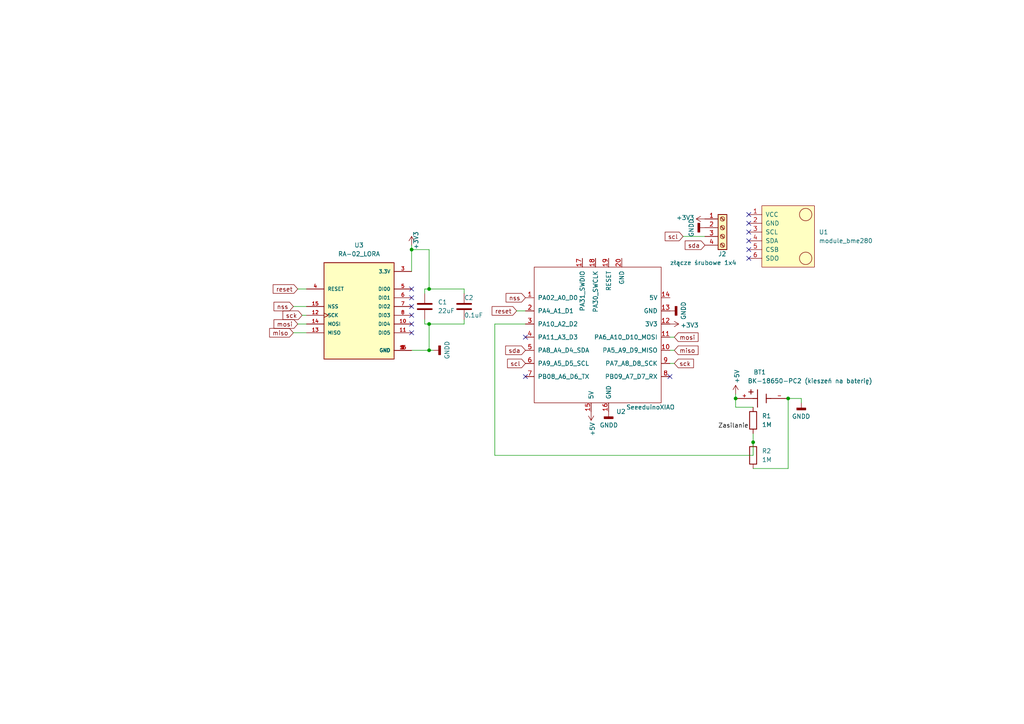
<source format=kicad_sch>
(kicad_sch (version 20230121) (generator eeschema)

  (uuid e5c2ed99-ec94-4e13-8a3f-11ab0b53aa42)

  (paper "A4")

  (lib_symbols
    (symbol "BK-18650-PC2:BK-18650-PC2" (pin_names (offset 1.016)) (in_bom yes) (on_board yes)
      (property "Reference" "BT" (at -3.81 3.81 0)
        (effects (font (size 1.27 1.27)) (justify left bottom))
      )
      (property "Value" "BK-18650-PC2" (at -3.81 -5.08 0)
        (effects (font (size 1.27 1.27)) (justify left bottom))
      )
      (property "Footprint" "BK-18650-PC2:BAT_BK-18650-PC2" (at 0 0 0)
        (effects (font (size 1.27 1.27)) (justify bottom) hide)
      )
      (property "Datasheet" "" (at 0 0 0)
        (effects (font (size 1.27 1.27)) hide)
      )
      (property "MF" "MPD (Memory Protection Devices)" (at 0 0 0)
        (effects (font (size 1.27 1.27)) (justify bottom) hide)
      )
      (property "MAXIMUM_PACKAGE_HEIGHT" "21.41 mm" (at 0 0 0)
        (effects (font (size 1.27 1.27)) (justify bottom) hide)
      )
      (property "Package" "None" (at 0 0 0)
        (effects (font (size 1.27 1.27)) (justify bottom) hide)
      )
      (property "Price" "None" (at 0 0 0)
        (effects (font (size 1.27 1.27)) (justify bottom) hide)
      )
      (property "Check_prices" "https://www.snapeda.com/parts/BK-18650-PC2/Memory+Protection+Devices/view-part/?ref=eda" (at 0 0 0)
        (effects (font (size 1.27 1.27)) (justify bottom) hide)
      )
      (property "STANDARD" "Manufacturer Recommendations" (at 0 0 0)
        (effects (font (size 1.27 1.27)) (justify bottom) hide)
      )
      (property "PARTREV" "F" (at 0 0 0)
        (effects (font (size 1.27 1.27)) (justify bottom) hide)
      )
      (property "SnapEDA_Link" "https://www.snapeda.com/parts/BK-18650-PC2/Memory+Protection+Devices/view-part/?ref=snap" (at 0 0 0)
        (effects (font (size 1.27 1.27)) (justify bottom) hide)
      )
      (property "MP" "BK-18650-PC2" (at 0 0 0)
        (effects (font (size 1.27 1.27)) (justify bottom) hide)
      )
      (property "Description" "\nBattery Holder (Open) 18650 1 Cell PC Pin\n" (at 0 0 0)
        (effects (font (size 1.27 1.27)) (justify bottom) hide)
      )
      (property "Availability" "In Stock" (at 0 0 0)
        (effects (font (size 1.27 1.27)) (justify bottom) hide)
      )
      (property "MANUFACTURER" "MPD" (at 0 0 0)
        (effects (font (size 1.27 1.27)) (justify bottom) hide)
      )
      (symbol "BK-18650-PC2_0_0"
        (polyline
          (pts
            (xy -3.81 1.905)
            (xy -2.54 1.905)
          )
          (stroke (width 0.254) (type default))
          (fill (type none))
        )
        (polyline
          (pts
            (xy -3.175 2.54)
            (xy -3.175 1.27)
          )
          (stroke (width 0.254) (type default))
          (fill (type none))
        )
        (polyline
          (pts
            (xy -1.27 0)
            (xy -2.54 0)
          )
          (stroke (width 0.254) (type default))
          (fill (type none))
        )
        (polyline
          (pts
            (xy -1.27 0)
            (xy -1.27 -2.54)
          )
          (stroke (width 0.254) (type default))
          (fill (type none))
        )
        (polyline
          (pts
            (xy -1.27 2.54)
            (xy -1.27 0)
          )
          (stroke (width 0.254) (type default))
          (fill (type none))
        )
        (polyline
          (pts
            (xy 1.27 0)
            (xy 1.27 -1.27)
          )
          (stroke (width 0.254) (type default))
          (fill (type none))
        )
        (polyline
          (pts
            (xy 1.27 0)
            (xy 2.54 0)
          )
          (stroke (width 0.254) (type default))
          (fill (type none))
        )
        (polyline
          (pts
            (xy 1.27 1.27)
            (xy 1.27 0)
          )
          (stroke (width 0.254) (type default))
          (fill (type none))
        )
        (pin passive line (at -7.62 0 0) (length 5.08)
          (name "~" (effects (font (size 1.016 1.016))))
          (number "+" (effects (font (size 1.016 1.016))))
        )
        (pin passive line (at 7.62 0 180) (length 5.08)
          (name "~" (effects (font (size 1.016 1.016))))
          (number "-" (effects (font (size 1.016 1.016))))
        )
      )
    )
    (symbol "Connector:Screw_Terminal_01x04" (pin_names (offset 1.016) hide) (in_bom yes) (on_board yes)
      (property "Reference" "J" (at 0 5.08 0)
        (effects (font (size 1.27 1.27)))
      )
      (property "Value" "Screw_Terminal_01x04" (at 0 -7.62 0)
        (effects (font (size 1.27 1.27)))
      )
      (property "Footprint" "" (at 0 0 0)
        (effects (font (size 1.27 1.27)) hide)
      )
      (property "Datasheet" "~" (at 0 0 0)
        (effects (font (size 1.27 1.27)) hide)
      )
      (property "ki_keywords" "screw terminal" (at 0 0 0)
        (effects (font (size 1.27 1.27)) hide)
      )
      (property "ki_description" "Generic screw terminal, single row, 01x04, script generated (kicad-library-utils/schlib/autogen/connector/)" (at 0 0 0)
        (effects (font (size 1.27 1.27)) hide)
      )
      (property "ki_fp_filters" "TerminalBlock*:*" (at 0 0 0)
        (effects (font (size 1.27 1.27)) hide)
      )
      (symbol "Screw_Terminal_01x04_1_1"
        (rectangle (start -1.27 3.81) (end 1.27 -6.35)
          (stroke (width 0.254) (type default))
          (fill (type background))
        )
        (circle (center 0 -5.08) (radius 0.635)
          (stroke (width 0.1524) (type default))
          (fill (type none))
        )
        (circle (center 0 -2.54) (radius 0.635)
          (stroke (width 0.1524) (type default))
          (fill (type none))
        )
        (polyline
          (pts
            (xy -0.5334 -4.7498)
            (xy 0.3302 -5.588)
          )
          (stroke (width 0.1524) (type default))
          (fill (type none))
        )
        (polyline
          (pts
            (xy -0.5334 -2.2098)
            (xy 0.3302 -3.048)
          )
          (stroke (width 0.1524) (type default))
          (fill (type none))
        )
        (polyline
          (pts
            (xy -0.5334 0.3302)
            (xy 0.3302 -0.508)
          )
          (stroke (width 0.1524) (type default))
          (fill (type none))
        )
        (polyline
          (pts
            (xy -0.5334 2.8702)
            (xy 0.3302 2.032)
          )
          (stroke (width 0.1524) (type default))
          (fill (type none))
        )
        (polyline
          (pts
            (xy -0.3556 -4.572)
            (xy 0.508 -5.4102)
          )
          (stroke (width 0.1524) (type default))
          (fill (type none))
        )
        (polyline
          (pts
            (xy -0.3556 -2.032)
            (xy 0.508 -2.8702)
          )
          (stroke (width 0.1524) (type default))
          (fill (type none))
        )
        (polyline
          (pts
            (xy -0.3556 0.508)
            (xy 0.508 -0.3302)
          )
          (stroke (width 0.1524) (type default))
          (fill (type none))
        )
        (polyline
          (pts
            (xy -0.3556 3.048)
            (xy 0.508 2.2098)
          )
          (stroke (width 0.1524) (type default))
          (fill (type none))
        )
        (circle (center 0 0) (radius 0.635)
          (stroke (width 0.1524) (type default))
          (fill (type none))
        )
        (circle (center 0 2.54) (radius 0.635)
          (stroke (width 0.1524) (type default))
          (fill (type none))
        )
        (pin passive line (at -5.08 2.54 0) (length 3.81)
          (name "Pin_1" (effects (font (size 1.27 1.27))))
          (number "1" (effects (font (size 1.27 1.27))))
        )
        (pin passive line (at -5.08 0 0) (length 3.81)
          (name "Pin_2" (effects (font (size 1.27 1.27))))
          (number "2" (effects (font (size 1.27 1.27))))
        )
        (pin passive line (at -5.08 -2.54 0) (length 3.81)
          (name "Pin_3" (effects (font (size 1.27 1.27))))
          (number "3" (effects (font (size 1.27 1.27))))
        )
        (pin passive line (at -5.08 -5.08 0) (length 3.81)
          (name "Pin_4" (effects (font (size 1.27 1.27))))
          (number "4" (effects (font (size 1.27 1.27))))
        )
      )
    )
    (symbol "Device:C" (pin_numbers hide) (pin_names (offset 0.254)) (in_bom yes) (on_board yes)
      (property "Reference" "C" (at 0.635 2.54 0)
        (effects (font (size 1.27 1.27)) (justify left))
      )
      (property "Value" "C" (at 0.635 -2.54 0)
        (effects (font (size 1.27 1.27)) (justify left))
      )
      (property "Footprint" "" (at 0.9652 -3.81 0)
        (effects (font (size 1.27 1.27)) hide)
      )
      (property "Datasheet" "~" (at 0 0 0)
        (effects (font (size 1.27 1.27)) hide)
      )
      (property "ki_keywords" "cap capacitor" (at 0 0 0)
        (effects (font (size 1.27 1.27)) hide)
      )
      (property "ki_description" "Unpolarized capacitor" (at 0 0 0)
        (effects (font (size 1.27 1.27)) hide)
      )
      (property "ki_fp_filters" "C_*" (at 0 0 0)
        (effects (font (size 1.27 1.27)) hide)
      )
      (symbol "C_0_1"
        (polyline
          (pts
            (xy -2.032 -0.762)
            (xy 2.032 -0.762)
          )
          (stroke (width 0.508) (type default))
          (fill (type none))
        )
        (polyline
          (pts
            (xy -2.032 0.762)
            (xy 2.032 0.762)
          )
          (stroke (width 0.508) (type default))
          (fill (type none))
        )
      )
      (symbol "C_1_1"
        (pin passive line (at 0 3.81 270) (length 2.794)
          (name "~" (effects (font (size 1.27 1.27))))
          (number "1" (effects (font (size 1.27 1.27))))
        )
        (pin passive line (at 0 -3.81 90) (length 2.794)
          (name "~" (effects (font (size 1.27 1.27))))
          (number "2" (effects (font (size 1.27 1.27))))
        )
      )
    )
    (symbol "Device:R" (pin_numbers hide) (pin_names (offset 0)) (in_bom yes) (on_board yes)
      (property "Reference" "R" (at 2.032 0 90)
        (effects (font (size 1.27 1.27)))
      )
      (property "Value" "R" (at 0 0 90)
        (effects (font (size 1.27 1.27)))
      )
      (property "Footprint" "" (at -1.778 0 90)
        (effects (font (size 1.27 1.27)) hide)
      )
      (property "Datasheet" "~" (at 0 0 0)
        (effects (font (size 1.27 1.27)) hide)
      )
      (property "ki_keywords" "R res resistor" (at 0 0 0)
        (effects (font (size 1.27 1.27)) hide)
      )
      (property "ki_description" "Resistor" (at 0 0 0)
        (effects (font (size 1.27 1.27)) hide)
      )
      (property "ki_fp_filters" "R_*" (at 0 0 0)
        (effects (font (size 1.27 1.27)) hide)
      )
      (symbol "R_0_1"
        (rectangle (start -1.016 -2.54) (end 1.016 2.54)
          (stroke (width 0.254) (type default))
          (fill (type none))
        )
      )
      (symbol "R_1_1"
        (pin passive line (at 0 3.81 270) (length 1.27)
          (name "~" (effects (font (size 1.27 1.27))))
          (number "1" (effects (font (size 1.27 1.27))))
        )
        (pin passive line (at 0 -3.81 90) (length 1.27)
          (name "~" (effects (font (size 1.27 1.27))))
          (number "2" (effects (font (size 1.27 1.27))))
        )
      )
    )
    (symbol "RA-02_LORA:RA-02_LORA" (pin_names (offset 1.016)) (in_bom yes) (on_board yes)
      (property "Reference" "U" (at -10.16 16.51 0)
        (effects (font (size 1.27 1.27)) (justify left bottom))
      )
      (property "Value" "RA-02_LORA" (at -10.16 -13.97 0)
        (effects (font (size 1.27 1.27)) (justify left top))
      )
      (property "Footprint" "RA-02_LORA:MODULE_RA-02_LORA" (at 0 0 0)
        (effects (font (size 1.27 1.27)) (justify bottom) hide)
      )
      (property "Datasheet" "" (at 0 0 0)
        (effects (font (size 1.27 1.27)) hide)
      )
      (property "MF" "AI-Thinker" (at 0 0 0)
        (effects (font (size 1.27 1.27)) (justify bottom) hide)
      )
      (property "MAXIMUM_PACKAGE_HEIGHT" "3.3mm" (at 0 0 0)
        (effects (font (size 1.27 1.27)) (justify bottom) hide)
      )
      (property "Package" "None" (at 0 0 0)
        (effects (font (size 1.27 1.27)) (justify bottom) hide)
      )
      (property "Price" "None" (at 0 0 0)
        (effects (font (size 1.27 1.27)) (justify bottom) hide)
      )
      (property "Check_prices" "https://www.snapeda.com/parts/Ra-02%20LoRa/AI-Thinker/view-part/?ref=eda" (at 0 0 0)
        (effects (font (size 1.27 1.27)) (justify bottom) hide)
      )
      (property "STANDARD" "Manufacturer Recommendations" (at 0 0 0)
        (effects (font (size 1.27 1.27)) (justify bottom) hide)
      )
      (property "PARTREV" "2018/03/02" (at 0 0 0)
        (effects (font (size 1.27 1.27)) (justify bottom) hide)
      )
      (property "SnapEDA_Link" "https://www.snapeda.com/parts/Ra-02%20LoRa/AI-Thinker/view-part/?ref=snap" (at 0 0 0)
        (effects (font (size 1.27 1.27)) (justify bottom) hide)
      )
      (property "MP" "Ra-02 LoRa" (at 0 0 0)
        (effects (font (size 1.27 1.27)) (justify bottom) hide)
      )
      (property "Description" "\nRa-02 LoRa RF M5Stack Platform Evaluation Expansion Board\n" (at 0 0 0)
        (effects (font (size 1.27 1.27)) (justify bottom) hide)
      )
      (property "Availability" "Not in stock" (at 0 0 0)
        (effects (font (size 1.27 1.27)) (justify bottom) hide)
      )
      (property "MANUFACTURER" "Ai-Thinker" (at 0 0 0)
        (effects (font (size 1.27 1.27)) (justify bottom) hide)
      )
      (symbol "RA-02_LORA_0_0"
        (rectangle (start -10.16 -12.7) (end 10.16 15.24)
          (stroke (width 0.254) (type default))
          (fill (type background))
        )
        (pin power_in line (at 15.24 -10.16 180) (length 5.08)
          (name "GND" (effects (font (size 1.016 1.016))))
          (number "1" (effects (font (size 1.016 1.016))))
        )
        (pin bidirectional line (at 15.24 -2.54 180) (length 5.08)
          (name "DI04" (effects (font (size 1.016 1.016))))
          (number "10" (effects (font (size 1.016 1.016))))
        )
        (pin bidirectional line (at 15.24 -5.08 180) (length 5.08)
          (name "DI05" (effects (font (size 1.016 1.016))))
          (number "11" (effects (font (size 1.016 1.016))))
        )
        (pin input clock (at -15.24 0 0) (length 5.08)
          (name "SCK" (effects (font (size 1.016 1.016))))
          (number "12" (effects (font (size 1.016 1.016))))
        )
        (pin output line (at -15.24 -5.08 0) (length 5.08)
          (name "MISO" (effects (font (size 1.016 1.016))))
          (number "13" (effects (font (size 1.016 1.016))))
        )
        (pin input line (at -15.24 -2.54 0) (length 5.08)
          (name "MOSI" (effects (font (size 1.016 1.016))))
          (number "14" (effects (font (size 1.016 1.016))))
        )
        (pin input line (at -15.24 2.54 0) (length 5.08)
          (name "NSS" (effects (font (size 1.016 1.016))))
          (number "15" (effects (font (size 1.016 1.016))))
        )
        (pin power_in line (at 15.24 -10.16 180) (length 5.08)
          (name "GND" (effects (font (size 1.016 1.016))))
          (number "16" (effects (font (size 1.016 1.016))))
        )
        (pin power_in line (at 15.24 -10.16 180) (length 5.08)
          (name "GND" (effects (font (size 1.016 1.016))))
          (number "2" (effects (font (size 1.016 1.016))))
        )
        (pin power_in line (at 15.24 12.7 180) (length 5.08)
          (name "3.3V" (effects (font (size 1.016 1.016))))
          (number "3" (effects (font (size 1.016 1.016))))
        )
        (pin input line (at -15.24 7.62 0) (length 5.08)
          (name "RESET" (effects (font (size 1.016 1.016))))
          (number "4" (effects (font (size 1.016 1.016))))
        )
        (pin bidirectional line (at 15.24 7.62 180) (length 5.08)
          (name "DI00" (effects (font (size 1.016 1.016))))
          (number "5" (effects (font (size 1.016 1.016))))
        )
        (pin bidirectional line (at 15.24 5.08 180) (length 5.08)
          (name "DI01" (effects (font (size 1.016 1.016))))
          (number "6" (effects (font (size 1.016 1.016))))
        )
        (pin bidirectional line (at 15.24 2.54 180) (length 5.08)
          (name "DI02" (effects (font (size 1.016 1.016))))
          (number "7" (effects (font (size 1.016 1.016))))
        )
        (pin bidirectional line (at 15.24 0 180) (length 5.08)
          (name "DI03" (effects (font (size 1.016 1.016))))
          (number "8" (effects (font (size 1.016 1.016))))
        )
        (pin power_in line (at 15.24 -10.16 180) (length 5.08)
          (name "GND" (effects (font (size 1.016 1.016))))
          (number "9" (effects (font (size 1.016 1.016))))
        )
      )
    )
    (symbol "Seeeduino XIAO:SeeeduinoXIAO" (pin_names (offset 1.016)) (in_bom yes) (on_board yes)
      (property "Reference" "U" (at -19.05 22.86 0)
        (effects (font (size 1.27 1.27)))
      )
      (property "Value" "SeeeduinoXIAO" (at -12.7 21.59 0)
        (effects (font (size 1.27 1.27)))
      )
      (property "Footprint" "" (at -8.89 5.08 0)
        (effects (font (size 1.27 1.27)) hide)
      )
      (property "Datasheet" "" (at -8.89 5.08 0)
        (effects (font (size 1.27 1.27)) hide)
      )
      (symbol "SeeeduinoXIAO_0_1"
        (rectangle (start -19.05 20.32) (end 17.78 -19.05)
          (stroke (width 0) (type solid))
          (fill (type none))
        )
      )
      (symbol "SeeeduinoXIAO_1_1"
        (pin unspecified line (at -21.59 11.43 0) (length 2.54)
          (name "PA02_A0_D0" (effects (font (size 1.27 1.27))))
          (number "1" (effects (font (size 1.27 1.27))))
        )
        (pin unspecified line (at 20.32 -3.81 180) (length 2.54)
          (name "PA5_A9_D9_MISO" (effects (font (size 1.27 1.27))))
          (number "10" (effects (font (size 1.27 1.27))))
        )
        (pin unspecified line (at 20.32 0 180) (length 2.54)
          (name "PA6_A10_D10_MOSI" (effects (font (size 1.27 1.27))))
          (number "11" (effects (font (size 1.27 1.27))))
        )
        (pin unspecified line (at 20.32 3.81 180) (length 2.54)
          (name "3V3" (effects (font (size 1.27 1.27))))
          (number "12" (effects (font (size 1.27 1.27))))
        )
        (pin unspecified line (at 20.32 7.62 180) (length 2.54)
          (name "GND" (effects (font (size 1.27 1.27))))
          (number "13" (effects (font (size 1.27 1.27))))
        )
        (pin unspecified line (at 20.32 11.43 180) (length 2.54)
          (name "5V" (effects (font (size 1.27 1.27))))
          (number "14" (effects (font (size 1.27 1.27))))
        )
        (pin input line (at -2.54 -21.59 90) (length 2.54)
          (name "5V" (effects (font (size 1.27 1.27))))
          (number "15" (effects (font (size 1.27 1.27))))
        )
        (pin input line (at 2.54 -21.59 90) (length 2.54)
          (name "GND" (effects (font (size 1.27 1.27))))
          (number "16" (effects (font (size 1.27 1.27))))
        )
        (pin input line (at -5.08 22.86 270) (length 2.54)
          (name "PA31_SWDIO" (effects (font (size 1.27 1.27))))
          (number "17" (effects (font (size 1.27 1.27))))
        )
        (pin input line (at -1.27 22.86 270) (length 2.54)
          (name "PA30_SWCLK" (effects (font (size 1.27 1.27))))
          (number "18" (effects (font (size 1.27 1.27))))
        )
        (pin input line (at 2.54 22.86 270) (length 2.54)
          (name "RESET" (effects (font (size 1.27 1.27))))
          (number "19" (effects (font (size 1.27 1.27))))
        )
        (pin unspecified line (at -21.59 7.62 0) (length 2.54)
          (name "PA4_A1_D1" (effects (font (size 1.27 1.27))))
          (number "2" (effects (font (size 1.27 1.27))))
        )
        (pin input line (at 6.35 22.86 270) (length 2.54)
          (name "GND" (effects (font (size 1.27 1.27))))
          (number "20" (effects (font (size 1.27 1.27))))
        )
        (pin unspecified line (at -21.59 3.81 0) (length 2.54)
          (name "PA10_A2_D2" (effects (font (size 1.27 1.27))))
          (number "3" (effects (font (size 1.27 1.27))))
        )
        (pin unspecified line (at -21.59 0 0) (length 2.54)
          (name "PA11_A3_D3" (effects (font (size 1.27 1.27))))
          (number "4" (effects (font (size 1.27 1.27))))
        )
        (pin unspecified line (at -21.59 -3.81 0) (length 2.54)
          (name "PA8_A4_D4_SDA" (effects (font (size 1.27 1.27))))
          (number "5" (effects (font (size 1.27 1.27))))
        )
        (pin unspecified line (at -21.59 -7.62 0) (length 2.54)
          (name "PA9_A5_D5_SCL" (effects (font (size 1.27 1.27))))
          (number "6" (effects (font (size 1.27 1.27))))
        )
        (pin unspecified line (at -21.59 -11.43 0) (length 2.54)
          (name "PB08_A6_D6_TX" (effects (font (size 1.27 1.27))))
          (number "7" (effects (font (size 1.27 1.27))))
        )
        (pin unspecified line (at 20.32 -11.43 180) (length 2.54)
          (name "PB09_A7_D7_RX" (effects (font (size 1.27 1.27))))
          (number "8" (effects (font (size 1.27 1.27))))
        )
        (pin unspecified line (at 20.32 -7.62 180) (length 2.54)
          (name "PA7_A8_D8_SCK" (effects (font (size 1.27 1.27))))
          (number "9" (effects (font (size 1.27 1.27))))
        )
      )
    )
    (symbol "power:+3.3V" (power) (pin_names (offset 0)) (in_bom yes) (on_board yes)
      (property "Reference" "#PWR" (at 0 -3.81 0)
        (effects (font (size 1.27 1.27)) hide)
      )
      (property "Value" "+3.3V" (at 0 3.556 0)
        (effects (font (size 1.27 1.27)))
      )
      (property "Footprint" "" (at 0 0 0)
        (effects (font (size 1.27 1.27)) hide)
      )
      (property "Datasheet" "" (at 0 0 0)
        (effects (font (size 1.27 1.27)) hide)
      )
      (property "ki_keywords" "power-flag" (at 0 0 0)
        (effects (font (size 1.27 1.27)) hide)
      )
      (property "ki_description" "Power symbol creates a global label with name \"+3.3V\"" (at 0 0 0)
        (effects (font (size 1.27 1.27)) hide)
      )
      (symbol "+3.3V_0_1"
        (polyline
          (pts
            (xy -0.762 1.27)
            (xy 0 2.54)
          )
          (stroke (width 0) (type default))
          (fill (type none))
        )
        (polyline
          (pts
            (xy 0 0)
            (xy 0 2.54)
          )
          (stroke (width 0) (type default))
          (fill (type none))
        )
        (polyline
          (pts
            (xy 0 2.54)
            (xy 0.762 1.27)
          )
          (stroke (width 0) (type default))
          (fill (type none))
        )
      )
      (symbol "+3.3V_1_1"
        (pin power_in line (at 0 0 90) (length 0) hide
          (name "+3V3" (effects (font (size 1.27 1.27))))
          (number "1" (effects (font (size 1.27 1.27))))
        )
      )
    )
    (symbol "power:+5V" (power) (pin_names (offset 0)) (in_bom yes) (on_board yes)
      (property "Reference" "#PWR" (at 0 -3.81 0)
        (effects (font (size 1.27 1.27)) hide)
      )
      (property "Value" "+5V" (at 0 3.556 0)
        (effects (font (size 1.27 1.27)))
      )
      (property "Footprint" "" (at 0 0 0)
        (effects (font (size 1.27 1.27)) hide)
      )
      (property "Datasheet" "" (at 0 0 0)
        (effects (font (size 1.27 1.27)) hide)
      )
      (property "ki_keywords" "power-flag" (at 0 0 0)
        (effects (font (size 1.27 1.27)) hide)
      )
      (property "ki_description" "Power symbol creates a global label with name \"+5V\"" (at 0 0 0)
        (effects (font (size 1.27 1.27)) hide)
      )
      (symbol "+5V_0_1"
        (polyline
          (pts
            (xy -0.762 1.27)
            (xy 0 2.54)
          )
          (stroke (width 0) (type default))
          (fill (type none))
        )
        (polyline
          (pts
            (xy 0 0)
            (xy 0 2.54)
          )
          (stroke (width 0) (type default))
          (fill (type none))
        )
        (polyline
          (pts
            (xy 0 2.54)
            (xy 0.762 1.27)
          )
          (stroke (width 0) (type default))
          (fill (type none))
        )
      )
      (symbol "+5V_1_1"
        (pin power_in line (at 0 0 90) (length 0) hide
          (name "+5V" (effects (font (size 1.27 1.27))))
          (number "1" (effects (font (size 1.27 1.27))))
        )
      )
    )
    (symbol "power:GNDD" (power) (pin_names (offset 0)) (in_bom yes) (on_board yes)
      (property "Reference" "#PWR" (at 0 -6.35 0)
        (effects (font (size 1.27 1.27)) hide)
      )
      (property "Value" "GNDD" (at 0 -3.175 0)
        (effects (font (size 1.27 1.27)))
      )
      (property "Footprint" "" (at 0 0 0)
        (effects (font (size 1.27 1.27)) hide)
      )
      (property "Datasheet" "" (at 0 0 0)
        (effects (font (size 1.27 1.27)) hide)
      )
      (property "ki_keywords" "power-flag" (at 0 0 0)
        (effects (font (size 1.27 1.27)) hide)
      )
      (property "ki_description" "Power symbol creates a global label with name \"GNDD\" , digital ground" (at 0 0 0)
        (effects (font (size 1.27 1.27)) hide)
      )
      (symbol "GNDD_0_1"
        (rectangle (start -1.27 -1.524) (end 1.27 -2.032)
          (stroke (width 0.254) (type default))
          (fill (type outline))
        )
        (polyline
          (pts
            (xy 0 0)
            (xy 0 -1.524)
          )
          (stroke (width 0) (type default))
          (fill (type none))
        )
      )
      (symbol "GNDD_1_1"
        (pin power_in line (at 0 0 270) (length 0) hide
          (name "GNDD" (effects (font (size 1.27 1.27))))
          (number "1" (effects (font (size 1.27 1.27))))
        )
      )
    )
    (symbol "usini_sensors:module_bme280" (pin_names (offset 1.016)) (in_bom yes) (on_board yes)
      (property "Reference" "U" (at 3.81 11.43 0)
        (effects (font (size 1.27 1.27)))
      )
      (property "Value" "module_bme280" (at 11.43 -8.89 0)
        (effects (font (size 1.27 1.27)))
      )
      (property "Footprint" "usini_sensors:module_bme280" (at 12.7 -11.43 0)
        (effects (font (size 1.27 1.27)) hide)
      )
      (property "Datasheet" "" (at 0 0 0)
        (effects (font (size 1.27 1.27)) hide)
      )
      (symbol "module_bme280_0_1"
        (rectangle (start 3.81 -7.62) (end 19.05 10.16)
          (stroke (width 0) (type default))
          (fill (type background))
        )
        (circle (center 16.51 -5.08) (radius 1.8034)
          (stroke (width 0) (type default))
          (fill (type none))
        )
        (circle (center 16.51 7.62) (radius 1.8034)
          (stroke (width 0) (type default))
          (fill (type none))
        )
      )
      (symbol "module_bme280_1_1"
        (pin passive line (at 0 7.62 0) (length 3.81)
          (name "VCC" (effects (font (size 1.27 1.27))))
          (number "1" (effects (font (size 1.27 1.27))))
        )
        (pin passive line (at 0 5.08 0) (length 3.81)
          (name "GND" (effects (font (size 1.27 1.27))))
          (number "2" (effects (font (size 1.27 1.27))))
        )
        (pin passive line (at 0 2.54 0) (length 3.81)
          (name "SCL" (effects (font (size 1.27 1.27))))
          (number "3" (effects (font (size 1.27 1.27))))
        )
        (pin passive line (at 0 0 0) (length 3.81)
          (name "SDA" (effects (font (size 1.27 1.27))))
          (number "4" (effects (font (size 1.27 1.27))))
        )
        (pin passive line (at 0 -2.54 0) (length 3.81)
          (name "CSB" (effects (font (size 1.27 1.27))))
          (number "5" (effects (font (size 1.27 1.27))))
        )
        (pin passive line (at 0 -5.08 0) (length 3.81)
          (name "SDO" (effects (font (size 1.27 1.27))))
          (number "6" (effects (font (size 1.27 1.27))))
        )
      )
    )
  )

  (junction (at 228.6 115.57) (diameter 0) (color 0 0 0 0)
    (uuid 048aeef5-f5a7-4cd2-9970-c1f251aaec9c)
  )
  (junction (at 124.46 93.98) (diameter 0) (color 0 0 0 0)
    (uuid 0bf0c546-cdf5-4111-ae6a-a6931509956c)
  )
  (junction (at 124.46 83.82) (diameter 0) (color 0 0 0 0)
    (uuid 1f9577e8-69e1-49d4-8845-6808d0e94e08)
  )
  (junction (at 218.44 128.27) (diameter 0) (color 0 0 0 0)
    (uuid 4d34ed0b-d756-465e-8dc6-aab004eb5075)
  )
  (junction (at 213.36 115.57) (diameter 0) (color 0 0 0 0)
    (uuid 8753c0da-f9bd-443c-b46c-24bdd43aef68)
  )
  (junction (at 119.38 72.39) (diameter 0) (color 0 0 0 0)
    (uuid 92d934a8-9796-4d8f-a811-e23eb713a4b7)
  )
  (junction (at 124.46 101.6) (diameter 0) (color 0 0 0 0)
    (uuid d0147d97-befd-466a-b04b-8502c93f712d)
  )

  (no_connect (at 119.38 88.9) (uuid 039adf26-30c0-44d7-9809-ed22718000f5))
  (no_connect (at 119.38 86.36) (uuid 11472a7b-a12a-4a8b-8370-7505f8609e23))
  (no_connect (at 119.38 91.44) (uuid 5b3e7ed3-8408-4f49-bfcb-17932c0c09e4))
  (no_connect (at 119.38 93.98) (uuid 69473ae9-9e52-4ab1-ba11-ef4861a40015))
  (no_connect (at 217.17 67.31) (uuid 6c95a370-e9cf-492d-859d-bda507aa1dae))
  (no_connect (at 119.38 96.52) (uuid 6cfea665-c263-4c7e-a9c2-fc155e9664d6))
  (no_connect (at 217.17 69.85) (uuid 7daa1db6-96b1-4a56-bb02-338f4c5e5556))
  (no_connect (at 152.4 97.79) (uuid 9d0439ff-ed9e-4fb8-9018-58a39f22809d))
  (no_connect (at 217.17 72.39) (uuid b7fbf0c5-cddf-4ac8-83a8-3f280b1736a0))
  (no_connect (at 152.4 109.22) (uuid c4e3e98c-c08e-46f7-851a-71aba54be8d6))
  (no_connect (at 194.31 109.22) (uuid d3c5ec8e-f5c1-4d5f-a4ee-d74322f71f6b))
  (no_connect (at 217.17 62.23) (uuid deb1055e-1ac5-4942-bbae-cd49748a1f86))
  (no_connect (at 217.17 64.77) (uuid eb6ee7cf-5638-44db-8719-781650077de1))
  (no_connect (at 217.17 74.93) (uuid f98a4f9a-e11d-49af-8c16-82e3865c5672))
  (no_connect (at 119.38 83.82) (uuid fe500d42-03d8-47fe-995c-5b75828ec20e))

  (wire (pts (xy 85.09 88.9) (xy 88.9 88.9))
    (stroke (width 0) (type default))
    (uuid 0575524f-5e56-4aaf-95c1-904c2ed955a0)
  )
  (wire (pts (xy 119.38 101.6) (xy 124.46 101.6))
    (stroke (width 0) (type default))
    (uuid 07e00a2e-0658-45d9-949c-a9b6a93147ec)
  )
  (wire (pts (xy 143.51 93.98) (xy 152.4 93.98))
    (stroke (width 0) (type default))
    (uuid 132a2236-0fed-4d6d-b349-80517b33c67f)
  )
  (wire (pts (xy 123.19 92.71) (xy 123.19 93.98))
    (stroke (width 0) (type default))
    (uuid 158cf718-eded-40f5-bb8b-8c8d53b19497)
  )
  (wire (pts (xy 232.41 116.84) (xy 232.41 115.57))
    (stroke (width 0) (type default))
    (uuid 17d0d49c-2248-46b7-9564-2cc07e488d5c)
  )
  (wire (pts (xy 123.19 83.82) (xy 124.46 83.82))
    (stroke (width 0) (type default))
    (uuid 1b2f7a9b-72c6-4bb2-b2f2-1659c7a8d83d)
  )
  (wire (pts (xy 194.31 101.6) (xy 195.58 101.6))
    (stroke (width 0) (type default))
    (uuid 1b3f3310-cc61-4bee-8b7a-720213dbed3d)
  )
  (wire (pts (xy 124.46 83.82) (xy 134.62 83.82))
    (stroke (width 0) (type default))
    (uuid 20fb0bd8-8716-49a8-ac61-76f870f9422f)
  )
  (wire (pts (xy 119.38 78.74) (xy 119.38 72.39))
    (stroke (width 0) (type default))
    (uuid 282e9594-5163-426f-be58-c1545d10344c)
  )
  (wire (pts (xy 87.63 91.44) (xy 88.9 91.44))
    (stroke (width 0) (type default))
    (uuid 2b09ef1a-b792-4926-8811-85988f61835b)
  )
  (wire (pts (xy 134.62 92.71) (xy 134.62 93.98))
    (stroke (width 0) (type default))
    (uuid 2f6d6d53-c180-43af-9d17-7a03804d7331)
  )
  (wire (pts (xy 86.36 83.82) (xy 88.9 83.82))
    (stroke (width 0) (type default))
    (uuid 3b543933-70b1-452f-950b-97e2e6302dff)
  )
  (wire (pts (xy 194.31 105.41) (xy 195.58 105.41))
    (stroke (width 0) (type default))
    (uuid 419545bc-30ff-4c7d-86fa-d23d12c146c4)
  )
  (wire (pts (xy 143.51 132.08) (xy 143.51 93.98))
    (stroke (width 0) (type default))
    (uuid 451c8559-6793-4f68-ad8c-d7d714028798)
  )
  (wire (pts (xy 228.6 115.57) (xy 228.6 135.89))
    (stroke (width 0) (type default))
    (uuid 46349dc4-a64c-447c-ab4d-0f4af0f93976)
  )
  (wire (pts (xy 124.46 93.98) (xy 134.62 93.98))
    (stroke (width 0) (type default))
    (uuid 47ec48f5-bc75-4423-8331-bd37941a0def)
  )
  (wire (pts (xy 213.36 118.11) (xy 218.44 118.11))
    (stroke (width 0) (type default))
    (uuid 49c37f81-2dc7-43c2-9eb7-c3b75dfa095b)
  )
  (wire (pts (xy 218.44 135.89) (xy 228.6 135.89))
    (stroke (width 0) (type default))
    (uuid 4d97eb11-0989-4b42-8b4e-9276bc6d6e66)
  )
  (wire (pts (xy 119.38 72.39) (xy 119.38 71.12))
    (stroke (width 0) (type default))
    (uuid 4fd97309-83d4-44dd-aa5f-e2f6d2a301e7)
  )
  (wire (pts (xy 218.44 125.73) (xy 218.44 128.27))
    (stroke (width 0) (type default))
    (uuid 5efeef91-8e6f-482b-ae4b-f9b7c8d710e8)
  )
  (wire (pts (xy 198.12 68.58) (xy 204.47 68.58))
    (stroke (width 0) (type default))
    (uuid 6dd216a8-1dae-480b-86e2-d619da5f2d58)
  )
  (wire (pts (xy 86.36 93.98) (xy 88.9 93.98))
    (stroke (width 0) (type default))
    (uuid 823aaac5-6773-4f3b-b523-2b966783e79f)
  )
  (wire (pts (xy 218.44 132.08) (xy 143.51 132.08))
    (stroke (width 0) (type default))
    (uuid 877573ad-8952-49aa-be21-40c41a303a32)
  )
  (wire (pts (xy 194.31 97.79) (xy 195.58 97.79))
    (stroke (width 0) (type default))
    (uuid 92abb5a1-bda3-450e-9d41-7ec5ce2d4ea8)
  )
  (wire (pts (xy 123.19 93.98) (xy 124.46 93.98))
    (stroke (width 0) (type default))
    (uuid 936cf6a0-a765-42de-b8a7-1f510b64d1e2)
  )
  (wire (pts (xy 134.62 83.82) (xy 134.62 85.09))
    (stroke (width 0) (type default))
    (uuid a079658a-0225-42fd-a8d8-d626d1d181f2)
  )
  (wire (pts (xy 123.19 85.09) (xy 123.19 83.82))
    (stroke (width 0) (type default))
    (uuid a1172299-2827-4fa0-b8a0-917b06ebba6b)
  )
  (wire (pts (xy 213.36 114.3) (xy 213.36 115.57))
    (stroke (width 0) (type default))
    (uuid b046af9c-fb74-405a-91ec-cd81c0320c85)
  )
  (wire (pts (xy 85.09 96.52) (xy 88.9 96.52))
    (stroke (width 0) (type default))
    (uuid c17c783a-078c-4b88-a281-4dfd8e4506e5)
  )
  (wire (pts (xy 218.44 132.08) (xy 218.44 128.27))
    (stroke (width 0) (type default))
    (uuid c27b2f53-f0b7-48ce-b8b7-45f10cce4774)
  )
  (wire (pts (xy 213.36 115.57) (xy 213.36 118.11))
    (stroke (width 0) (type default))
    (uuid c61cf661-dae8-456e-b1c3-400f58ba934d)
  )
  (wire (pts (xy 124.46 83.82) (xy 124.46 72.39))
    (stroke (width 0) (type default))
    (uuid cced825e-aae7-4136-b509-64bc288295d0)
  )
  (wire (pts (xy 125.73 101.6) (xy 124.46 101.6))
    (stroke (width 0) (type default))
    (uuid dadba1d7-b8be-4ab7-bf42-f54c7d324e7a)
  )
  (wire (pts (xy 124.46 93.98) (xy 124.46 101.6))
    (stroke (width 0) (type default))
    (uuid db82e19d-dc59-492c-987c-1bdbd0011866)
  )
  (wire (pts (xy 232.41 115.57) (xy 228.6 115.57))
    (stroke (width 0) (type default))
    (uuid db9fab33-1eb5-4490-b05d-3f1b3ed9a8e4)
  )
  (wire (pts (xy 152.4 90.17) (xy 149.86 90.17))
    (stroke (width 0) (type default))
    (uuid e0d01a7d-4d7b-4a9f-bbe2-a53bff011ecc)
  )
  (wire (pts (xy 124.46 72.39) (xy 119.38 72.39))
    (stroke (width 0) (type default))
    (uuid e6ea0c5f-6811-41cc-aa6e-00d61e11f949)
  )

  (label "Zasilanie" (at 208.28 124.46 0) (fields_autoplaced)
    (effects (font (size 1.27 1.27)) (justify left bottom))
    (uuid 5b909ca6-a601-4431-911f-ef7a31ed4196)
  )

  (global_label "sck" (shape input) (at 87.63 91.44 180) (fields_autoplaced)
    (effects (font (size 1.27 1.27)) (justify right))
    (uuid 03f23989-f9b5-4e2f-9747-a84e8410793b)
    (property "Intersheetrefs" "${INTERSHEET_REFS}" (at 81.5 91.44 0)
      (effects (font (size 1.27 1.27)) (justify right) hide)
    )
  )
  (global_label "miso" (shape input) (at 195.58 101.6 0) (fields_autoplaced)
    (effects (font (size 1.27 1.27)) (justify left))
    (uuid 071bbccb-ae26-4d4a-a92f-da23129eb472)
    (property "Intersheetrefs" "${INTERSHEET_REFS}" (at 203.0404 101.6 0)
      (effects (font (size 1.27 1.27)) (justify left) hide)
    )
  )
  (global_label "mosi" (shape input) (at 86.36 93.98 180) (fields_autoplaced)
    (effects (font (size 1.27 1.27)) (justify right))
    (uuid 1a6afae4-4670-4d6b-ad6e-4560b2f4a8e2)
    (property "Intersheetrefs" "${INTERSHEET_REFS}" (at 78.8996 93.98 0)
      (effects (font (size 1.27 1.27)) (justify right) hide)
    )
  )
  (global_label "scl" (shape input) (at 198.12 68.58 180) (fields_autoplaced)
    (effects (font (size 1.27 1.27)) (justify right))
    (uuid 31bebe06-8964-4c6a-adbf-20c53afb6554)
    (property "Intersheetrefs" "${INTERSHEET_REFS}" (at 192.3529 68.58 0)
      (effects (font (size 1.27 1.27)) (justify right) hide)
    )
  )
  (global_label "sck" (shape input) (at 195.58 105.41 0) (fields_autoplaced)
    (effects (font (size 1.27 1.27)) (justify left))
    (uuid 39648533-2aec-4afb-904f-92b95f840c35)
    (property "Intersheetrefs" "${INTERSHEET_REFS}" (at 201.71 105.41 0)
      (effects (font (size 1.27 1.27)) (justify left) hide)
    )
  )
  (global_label "scl" (shape input) (at 152.4 105.41 180) (fields_autoplaced)
    (effects (font (size 1.27 1.27)) (justify right))
    (uuid 3ee741b0-03f7-4265-b249-d560eef449aa)
    (property "Intersheetrefs" "${INTERSHEET_REFS}" (at 146.6329 105.41 0)
      (effects (font (size 1.27 1.27)) (justify right) hide)
    )
  )
  (global_label "miso" (shape input) (at 85.09 96.52 180) (fields_autoplaced)
    (effects (font (size 1.27 1.27)) (justify right))
    (uuid 452c50f3-f0e7-47a4-8c4f-b518d5360078)
    (property "Intersheetrefs" "${INTERSHEET_REFS}" (at 77.6296 96.52 0)
      (effects (font (size 1.27 1.27)) (justify right) hide)
    )
  )
  (global_label "mosi" (shape input) (at 195.58 97.79 0) (fields_autoplaced)
    (effects (font (size 1.27 1.27)) (justify left))
    (uuid 7ddcf595-47cc-4776-b0b5-c7f513168a73)
    (property "Intersheetrefs" "${INTERSHEET_REFS}" (at 203.0404 97.79 0)
      (effects (font (size 1.27 1.27)) (justify left) hide)
    )
  )
  (global_label "reset" (shape input) (at 149.86 90.17 180) (fields_autoplaced)
    (effects (font (size 1.27 1.27)) (justify right))
    (uuid 8e0a8cf0-1c72-488b-a203-4ef8ed370206)
    (property "Intersheetrefs" "${INTERSHEET_REFS}" (at 142.1576 90.17 0)
      (effects (font (size 1.27 1.27)) (justify right) hide)
    )
  )
  (global_label "sda" (shape input) (at 204.47 71.12 180) (fields_autoplaced)
    (effects (font (size 1.27 1.27)) (justify right))
    (uuid 8e745ec8-eb8b-4097-98e7-74f24618957d)
    (property "Intersheetrefs" "${INTERSHEET_REFS}" (at 198.1587 71.12 0)
      (effects (font (size 1.27 1.27)) (justify right) hide)
    )
  )
  (global_label "nss" (shape input) (at 85.09 88.9 180) (fields_autoplaced)
    (effects (font (size 1.27 1.27)) (justify right))
    (uuid a2dd74e8-3715-49b9-94b8-9fd809d98208)
    (property "Intersheetrefs" "${INTERSHEET_REFS}" (at 78.8996 88.9 0)
      (effects (font (size 1.27 1.27)) (justify right) hide)
    )
  )
  (global_label "reset" (shape input) (at 86.36 83.82 180) (fields_autoplaced)
    (effects (font (size 1.27 1.27)) (justify right))
    (uuid c8848baf-ff8d-4813-bdbc-8dc5c739967d)
    (property "Intersheetrefs" "${INTERSHEET_REFS}" (at 78.6576 83.82 0)
      (effects (font (size 1.27 1.27)) (justify right) hide)
    )
  )
  (global_label "sda" (shape input) (at 152.4 101.6 180) (fields_autoplaced)
    (effects (font (size 1.27 1.27)) (justify right))
    (uuid ccc96748-b893-435e-b272-05e998da541f)
    (property "Intersheetrefs" "${INTERSHEET_REFS}" (at 146.0887 101.6 0)
      (effects (font (size 1.27 1.27)) (justify right) hide)
    )
  )
  (global_label "nss" (shape input) (at 152.4 86.36 180) (fields_autoplaced)
    (effects (font (size 1.27 1.27)) (justify right))
    (uuid d526b43b-fccc-4f45-8ea3-af6f2276c858)
    (property "Intersheetrefs" "${INTERSHEET_REFS}" (at 146.2096 86.36 0)
      (effects (font (size 1.27 1.27)) (justify right) hide)
    )
  )

  (symbol (lib_id "Device:C") (at 134.62 88.9 0) (unit 1)
    (in_bom yes) (on_board yes) (dnp no)
    (uuid 1032783a-7b5d-408d-a5c6-6e1a29d1f160)
    (property "Reference" "C2" (at 134.62 86.36 0)
      (effects (font (size 1.27 1.27)) (justify left))
    )
    (property "Value" "0.1uF" (at 134.62 91.44 0)
      (effects (font (size 1.27 1.27)) (justify left))
    )
    (property "Footprint" "Capacitor_SMD:C_0603_1608Metric" (at 135.5852 92.71 0)
      (effects (font (size 1.27 1.27)) hide)
    )
    (property "Datasheet" "~" (at 134.62 88.9 0)
      (effects (font (size 1.27 1.27)) hide)
    )
    (pin "1" (uuid e40a8854-88cd-4188-93f4-27314110e31c))
    (pin "2" (uuid 01337c6e-a7b8-488a-8110-c2fdf1df4725))
    (instances
      (project "esp32c3"
        (path "/e5c2ed99-ec94-4e13-8a3f-11ab0b53aa42"
          (reference "C2") (unit 1)
        )
      )
      (project "BeaglebonePCBmałyC"
        (path "/e63e39d7-6ac0-4ffd-8aa3-1841a4541b55"
          (reference "C2") (unit 1)
        )
      )
    )
  )

  (symbol (lib_id "power:+5V") (at 171.45 119.38 0) (mirror x) (unit 1)
    (in_bom yes) (on_board yes) (dnp no)
    (uuid 16bcd6ab-65b9-4b2b-b561-6a364f03d9b6)
    (property "Reference" "#PWR010" (at 171.45 115.57 0)
      (effects (font (size 1.27 1.27)) hide)
    )
    (property "Value" "+5V" (at 171.831 122.428 90)
      (effects (font (size 1.27 1.27)) (justify left))
    )
    (property "Footprint" "" (at 171.45 119.38 0)
      (effects (font (size 1.524 1.524)))
    )
    (property "Datasheet" "" (at 171.45 119.38 0)
      (effects (font (size 1.524 1.524)))
    )
    (pin "1" (uuid 9ea5597f-ae76-42f0-8ffa-524bb1b4c297))
    (instances
      (project "esp32c3"
        (path "/e5c2ed99-ec94-4e13-8a3f-11ab0b53aa42"
          (reference "#PWR010") (unit 1)
        )
      )
      (project "BeaglebonePCBmałyC"
        (path "/e63e39d7-6ac0-4ffd-8aa3-1841a4541b55"
          (reference "#PWR07") (unit 1)
        )
      )
    )
  )

  (symbol (lib_id "power:+3.3V") (at 119.38 71.12 0) (unit 1)
    (in_bom yes) (on_board yes) (dnp no)
    (uuid 197901b4-421c-42cc-bcc9-f05b6db36fcb)
    (property "Reference" "#PWR01" (at 119.38 74.93 0)
      (effects (font (size 1.27 1.27)) hide)
    )
    (property "Value" "+3V3" (at 120.65 72.39 90)
      (effects (font (size 1.27 1.27)) (justify left))
    )
    (property "Footprint" "" (at 119.38 71.12 0)
      (effects (font (size 1.524 1.524)))
    )
    (property "Datasheet" "" (at 119.38 71.12 0)
      (effects (font (size 1.524 1.524)))
    )
    (pin "1" (uuid db7782bb-331f-4cd6-9cb6-d3785e4f2ed0))
    (instances
      (project "esp32c3"
        (path "/e5c2ed99-ec94-4e13-8a3f-11ab0b53aa42"
          (reference "#PWR01") (unit 1)
        )
      )
      (project "BeaglebonePCBmałyC"
        (path "/e63e39d7-6ac0-4ffd-8aa3-1841a4541b55"
          (reference "#PWR08") (unit 1)
        )
      )
    )
  )

  (symbol (lib_id "power:+3.3V") (at 194.31 93.98 270) (unit 1)
    (in_bom yes) (on_board yes) (dnp no)
    (uuid 1cbbb296-dddf-422b-85e0-c83387343507)
    (property "Reference" "#PWR02" (at 190.5 93.98 0)
      (effects (font (size 1.27 1.27)) hide)
    )
    (property "Value" "+3V3" (at 197.358 94.3356 90)
      (effects (font (size 1.27 1.27)) (justify left))
    )
    (property "Footprint" "" (at 194.31 93.98 0)
      (effects (font (size 1.524 1.524)))
    )
    (property "Datasheet" "" (at 194.31 93.98 0)
      (effects (font (size 1.524 1.524)))
    )
    (pin "1" (uuid c8b81c71-9e8c-4cef-8671-bdfbb4eace04))
    (instances
      (project "esp32c3"
        (path "/e5c2ed99-ec94-4e13-8a3f-11ab0b53aa42"
          (reference "#PWR02") (unit 1)
        )
      )
      (project "BeaglebonePCBmałyC"
        (path "/e63e39d7-6ac0-4ffd-8aa3-1841a4541b55"
          (reference "#PWR08") (unit 1)
        )
      )
    )
  )

  (symbol (lib_id "Device:C") (at 123.19 88.9 0) (unit 1)
    (in_bom yes) (on_board yes) (dnp no) (fields_autoplaced)
    (uuid 24b1934e-c78a-4553-b5de-cc6b7bbd46d1)
    (property "Reference" "C1" (at 127 87.63 0)
      (effects (font (size 1.27 1.27)) (justify left))
    )
    (property "Value" "22uF" (at 127 90.17 0)
      (effects (font (size 1.27 1.27)) (justify left))
    )
    (property "Footprint" "Capacitor_SMD:C_0603_1608Metric" (at 124.1552 92.71 0)
      (effects (font (size 1.27 1.27)) hide)
    )
    (property "Datasheet" "~" (at 123.19 88.9 0)
      (effects (font (size 1.27 1.27)) hide)
    )
    (pin "1" (uuid b3f9d6da-a148-416c-8018-c00a0a8ff159))
    (pin "2" (uuid 18fc2799-34a3-4218-a9b4-c434ef582be2))
    (instances
      (project "esp32c3"
        (path "/e5c2ed99-ec94-4e13-8a3f-11ab0b53aa42"
          (reference "C1") (unit 1)
        )
      )
      (project "BeaglebonePCBmałyC"
        (path "/e63e39d7-6ac0-4ffd-8aa3-1841a4541b55"
          (reference "C1") (unit 1)
        )
      )
    )
  )

  (symbol (lib_id "power:GNDD") (at 125.73 101.6 90) (unit 1)
    (in_bom yes) (on_board yes) (dnp no)
    (uuid 37284f01-6cfc-4a44-a1af-85a17faf442e)
    (property "Reference" "#PWR05" (at 132.08 101.6 0)
      (effects (font (size 1.27 1.27)) hide)
    )
    (property "Value" "GNDD" (at 129.6734 101.5492 0)
      (effects (font (size 1.27 1.27)))
    )
    (property "Footprint" "" (at 125.73 101.6 0)
      (effects (font (size 1.27 1.27)) hide)
    )
    (property "Datasheet" "" (at 125.73 101.6 0)
      (effects (font (size 1.27 1.27)) hide)
    )
    (pin "1" (uuid 15a06130-43d1-43ed-88f5-644d9d7917a0))
    (instances
      (project "esp32c3"
        (path "/e5c2ed99-ec94-4e13-8a3f-11ab0b53aa42"
          (reference "#PWR05") (unit 1)
        )
      )
      (project "BeaglebonePCBmałyC"
        (path "/e63e39d7-6ac0-4ffd-8aa3-1841a4541b55"
          (reference "#PWR0106") (unit 1)
        )
      )
    )
  )

  (symbol (lib_id "power:GNDD") (at 204.47 66.04 270) (unit 1)
    (in_bom yes) (on_board yes) (dnp no)
    (uuid 3baca233-cf50-4045-bd7d-a20472d1e0d6)
    (property "Reference" "#PWR04" (at 198.12 66.04 0)
      (effects (font (size 1.27 1.27)) hide)
    )
    (property "Value" "GNDD" (at 200.5266 66.0908 0)
      (effects (font (size 1.27 1.27)))
    )
    (property "Footprint" "" (at 204.47 66.04 0)
      (effects (font (size 1.27 1.27)) hide)
    )
    (property "Datasheet" "" (at 204.47 66.04 0)
      (effects (font (size 1.27 1.27)) hide)
    )
    (pin "1" (uuid 91eaeec5-f461-4524-b7f2-a04dc7533db5))
    (instances
      (project "esp32c3"
        (path "/e5c2ed99-ec94-4e13-8a3f-11ab0b53aa42"
          (reference "#PWR04") (unit 1)
        )
      )
      (project "BeaglebonePCBmałyC"
        (path "/e63e39d7-6ac0-4ffd-8aa3-1841a4541b55"
          (reference "#PWR0106") (unit 1)
        )
      )
    )
  )

  (symbol (lib_id "power:GNDD") (at 176.53 119.38 0) (unit 1)
    (in_bom yes) (on_board yes) (dnp no)
    (uuid 3eb3e0ae-6a8a-47ac-879e-5e7a4cf6d6d6)
    (property "Reference" "#PWR011" (at 176.53 125.73 0)
      (effects (font (size 1.27 1.27)) hide)
    )
    (property "Value" "GNDD" (at 176.5808 123.3234 0)
      (effects (font (size 1.27 1.27)))
    )
    (property "Footprint" "" (at 176.53 119.38 0)
      (effects (font (size 1.27 1.27)) hide)
    )
    (property "Datasheet" "" (at 176.53 119.38 0)
      (effects (font (size 1.27 1.27)) hide)
    )
    (pin "1" (uuid 0ba3f1d6-aae5-4edd-92d3-af213b793d66))
    (instances
      (project "esp32c3"
        (path "/e5c2ed99-ec94-4e13-8a3f-11ab0b53aa42"
          (reference "#PWR011") (unit 1)
        )
      )
      (project "BeaglebonePCBmałyC"
        (path "/e63e39d7-6ac0-4ffd-8aa3-1841a4541b55"
          (reference "#PWR0106") (unit 1)
        )
      )
    )
  )

  (symbol (lib_id "Device:R") (at 218.44 121.92 0) (unit 1)
    (in_bom yes) (on_board yes) (dnp no) (fields_autoplaced)
    (uuid 3f7135d7-33db-4823-a032-4deae0ac6e47)
    (property "Reference" "R1" (at 220.98 120.65 0)
      (effects (font (size 1.27 1.27)) (justify left))
    )
    (property "Value" "1M" (at 220.98 123.19 0)
      (effects (font (size 1.27 1.27)) (justify left))
    )
    (property "Footprint" "Resistor_SMD:R_0603_1608Metric" (at 216.662 121.92 90)
      (effects (font (size 1.27 1.27)) hide)
    )
    (property "Datasheet" "~" (at 218.44 121.92 0)
      (effects (font (size 1.27 1.27)) hide)
    )
    (pin "1" (uuid a32c228f-1ab9-44de-845e-5aada30233ee))
    (pin "2" (uuid 70953107-ba37-44d7-849e-8a5a9c51cbe6))
    (instances
      (project "esp32c3"
        (path "/e5c2ed99-ec94-4e13-8a3f-11ab0b53aa42"
          (reference "R1") (unit 1)
        )
      )
    )
  )

  (symbol (lib_id "power:+5V") (at 213.36 114.3 0) (unit 1)
    (in_bom yes) (on_board yes) (dnp no)
    (uuid 410dc431-516f-44b8-98e4-949fc1f1f1c9)
    (property "Reference" "#PWR09" (at 213.36 118.11 0)
      (effects (font (size 1.27 1.27)) hide)
    )
    (property "Value" "+5V" (at 213.741 111.252 90)
      (effects (font (size 1.27 1.27)) (justify left))
    )
    (property "Footprint" "" (at 213.36 114.3 0)
      (effects (font (size 1.524 1.524)))
    )
    (property "Datasheet" "" (at 213.36 114.3 0)
      (effects (font (size 1.524 1.524)))
    )
    (pin "1" (uuid 32dec0ca-6a0e-4ef5-9f33-da740a5ce0f5))
    (instances
      (project "esp32c3"
        (path "/e5c2ed99-ec94-4e13-8a3f-11ab0b53aa42"
          (reference "#PWR09") (unit 1)
        )
      )
      (project "BeaglebonePCBmałyC"
        (path "/e63e39d7-6ac0-4ffd-8aa3-1841a4541b55"
          (reference "#PWR07") (unit 1)
        )
      )
    )
  )

  (symbol (lib_id "Seeeduino XIAO:SeeeduinoXIAO") (at 173.99 97.79 0) (unit 1)
    (in_bom yes) (on_board yes) (dnp no)
    (uuid 54cf383b-f4a0-4ac3-b718-927ddfee711a)
    (property "Reference" "U2" (at 178.7241 119.38 0)
      (effects (font (size 1.27 1.27)) (justify left))
    )
    (property "Value" "SeeeduinoXIAO" (at 181.61 118.11 0)
      (effects (font (size 1.27 1.27)) (justify left))
    )
    (property "Footprint" "Seeeduino XIAO KICAD:Seeeduino XIAO-MOUDLE14P-2.54-21X17.8MM" (at 165.1 92.71 0)
      (effects (font (size 1.27 1.27)) hide)
    )
    (property "Datasheet" "" (at 165.1 92.71 0)
      (effects (font (size 1.27 1.27)) hide)
    )
    (pin "14" (uuid 5befda1f-d81c-44fa-829b-52c6cb046e8e))
    (pin "4" (uuid b50e80e5-7077-4deb-a172-062b354130db))
    (pin "8" (uuid d7b4c2ec-a1d4-4e92-91d3-bbb40aed8535))
    (pin "9" (uuid 4765333c-ef3a-4ce6-9e53-b57dc478ae9b))
    (pin "15" (uuid 0125013f-032a-4db6-a7d7-44fecb58ffbc))
    (pin "1" (uuid a43f8da7-7830-4ba4-a914-bd59913aaba4))
    (pin "11" (uuid d0dc3912-5ef2-4308-9086-650b8123fbb3))
    (pin "2" (uuid 5064afad-4780-4a75-9f7a-0e626a21742a))
    (pin "6" (uuid 9ad305b6-8038-4607-a886-fca9e44d0bdb))
    (pin "13" (uuid 05ecc775-2f90-49de-8719-39a31f78d424))
    (pin "7" (uuid a3e37a8f-e6f5-4f5b-870d-21db4ccbb966))
    (pin "18" (uuid aca1965e-9206-410c-9b16-5559535aec40))
    (pin "19" (uuid c2241802-7f3e-4c73-8de4-23312c8a615c))
    (pin "12" (uuid cb6a796c-393b-47ff-907f-bd4f9013b873))
    (pin "10" (uuid 891d0ddc-9816-4066-b63a-a0a185ce39d3))
    (pin "20" (uuid 3ee5be30-8277-46f4-b805-fb49cf7f7d20))
    (pin "3" (uuid 469e08bd-a2e1-474c-8eef-aca44b95e93d))
    (pin "16" (uuid 1890b603-a0c6-48e4-8fb1-2105a144cd10))
    (pin "17" (uuid d51bf43f-d266-495e-8221-8782cf89b637))
    (pin "5" (uuid 5d70df7f-a50f-4b59-8a71-847d0f153303))
    (instances
      (project "esp32c3"
        (path "/e5c2ed99-ec94-4e13-8a3f-11ab0b53aa42"
          (reference "U2") (unit 1)
        )
      )
    )
  )

  (symbol (lib_id "RA-02_LORA:RA-02_LORA") (at 104.14 91.44 0) (unit 1)
    (in_bom yes) (on_board yes) (dnp no) (fields_autoplaced)
    (uuid 5b459d14-f0f4-409a-87e5-cb46ae7acd00)
    (property "Reference" "U3" (at 104.14 71.12 0)
      (effects (font (size 1.27 1.27)))
    )
    (property "Value" "RA-02_LORA" (at 104.14 73.66 0)
      (effects (font (size 1.27 1.27)))
    )
    (property "Footprint" "RA-02_LORA:MODULE_RA-02_LORA" (at 104.14 91.44 0)
      (effects (font (size 1.27 1.27)) (justify bottom) hide)
    )
    (property "Datasheet" "" (at 104.14 91.44 0)
      (effects (font (size 1.27 1.27)) hide)
    )
    (property "MF" "AI-Thinker" (at 104.14 91.44 0)
      (effects (font (size 1.27 1.27)) (justify bottom) hide)
    )
    (property "MAXIMUM_PACKAGE_HEIGHT" "3.3mm" (at 104.14 91.44 0)
      (effects (font (size 1.27 1.27)) (justify bottom) hide)
    )
    (property "Package" "None" (at 104.14 91.44 0)
      (effects (font (size 1.27 1.27)) (justify bottom) hide)
    )
    (property "Price" "None" (at 104.14 91.44 0)
      (effects (font (size 1.27 1.27)) (justify bottom) hide)
    )
    (property "Check_prices" "https://www.snapeda.com/parts/Ra-02%20LoRa/AI-Thinker/view-part/?ref=eda" (at 104.14 91.44 0)
      (effects (font (size 1.27 1.27)) (justify bottom) hide)
    )
    (property "STANDARD" "Manufacturer Recommendations" (at 104.14 91.44 0)
      (effects (font (size 1.27 1.27)) (justify bottom) hide)
    )
    (property "PARTREV" "2018/03/02" (at 104.14 91.44 0)
      (effects (font (size 1.27 1.27)) (justify bottom) hide)
    )
    (property "SnapEDA_Link" "https://www.snapeda.com/parts/Ra-02%20LoRa/AI-Thinker/view-part/?ref=snap" (at 104.14 91.44 0)
      (effects (font (size 1.27 1.27)) (justify bottom) hide)
    )
    (property "MP" "Ra-02 LoRa" (at 104.14 91.44 0)
      (effects (font (size 1.27 1.27)) (justify bottom) hide)
    )
    (property "Description" "\nRa-02 LoRa RF M5Stack Platform Evaluation Expansion Board\n" (at 104.14 91.44 0)
      (effects (font (size 1.27 1.27)) (justify bottom) hide)
    )
    (property "Availability" "Not in stock" (at 104.14 91.44 0)
      (effects (font (size 1.27 1.27)) (justify bottom) hide)
    )
    (property "MANUFACTURER" "Ai-Thinker" (at 104.14 91.44 0)
      (effects (font (size 1.27 1.27)) (justify bottom) hide)
    )
    (pin "15" (uuid d820e323-963b-4348-9340-5de27cdac702))
    (pin "16" (uuid 6a88cf00-db78-4276-830b-e10e92b1b263))
    (pin "6" (uuid 13d68b9b-6087-495c-b6c6-781cef832be7))
    (pin "8" (uuid 7126c8fb-a028-4447-b49a-70f0f1558c51))
    (pin "2" (uuid b7204d71-9788-4d86-aba4-da5c27e8dc28))
    (pin "4" (uuid 8c1f5465-77da-4703-939c-828f7a51d5d1))
    (pin "5" (uuid 1525bbc7-56f6-4b4c-9ec6-9648c5904fcb))
    (pin "7" (uuid dd295729-e924-49a3-8d5d-18c6447b7458))
    (pin "9" (uuid c4238231-1a44-4297-a647-e3282ba4e41e))
    (pin "3" (uuid 90863cbf-6ee4-4c4b-8b51-5ab58f84ec78))
    (pin "12" (uuid 82adf9ee-a2e0-410c-89b8-e0331053bbde))
    (pin "14" (uuid ec0a9109-9e09-49b9-b13b-8127e41eff3e))
    (pin "1" (uuid 21f1e4e3-d8d4-4284-9c70-965df40af3fa))
    (pin "13" (uuid d2804e8f-7842-4180-a2d7-4dec95bd8feb))
    (pin "10" (uuid 4d204891-8c9b-4e74-a139-8627e3202a4f))
    (pin "11" (uuid a0173289-64dc-403c-a0d8-1e1c6ccda9d2))
    (instances
      (project "esp32c3"
        (path "/e5c2ed99-ec94-4e13-8a3f-11ab0b53aa42"
          (reference "U3") (unit 1)
        )
      )
    )
  )

  (symbol (lib_id "BK-18650-PC2:BK-18650-PC2") (at 220.98 115.57 0) (unit 1)
    (in_bom yes) (on_board yes) (dnp no)
    (uuid 83251875-f8ac-4393-a0fc-7e016076464b)
    (property "Reference" "BT1" (at 220.345 107.95 0)
      (effects (font (size 1.27 1.27)))
    )
    (property "Value" "BK-18650-PC2 (kieszeń na baterię)" (at 234.95 110.49 0)
      (effects (font (size 1.27 1.27)))
    )
    (property "Footprint" "BK-18650-PC2:BAT_BK-18650-PC2" (at 220.98 115.57 0)
      (effects (font (size 1.27 1.27)) (justify bottom) hide)
    )
    (property "Datasheet" "" (at 220.98 115.57 0)
      (effects (font (size 1.27 1.27)) hide)
    )
    (property "MF" "MPD (Memory Protection Devices)" (at 220.98 115.57 0)
      (effects (font (size 1.27 1.27)) (justify bottom) hide)
    )
    (property "MAXIMUM_PACKAGE_HEIGHT" "21.41 mm" (at 220.98 115.57 0)
      (effects (font (size 1.27 1.27)) (justify bottom) hide)
    )
    (property "Package" "None" (at 220.98 115.57 0)
      (effects (font (size 1.27 1.27)) (justify bottom) hide)
    )
    (property "Price" "None" (at 220.98 115.57 0)
      (effects (font (size 1.27 1.27)) (justify bottom) hide)
    )
    (property "Check_prices" "https://www.snapeda.com/parts/BK-18650-PC2/Memory+Protection+Devices/view-part/?ref=eda" (at 220.98 115.57 0)
      (effects (font (size 1.27 1.27)) (justify bottom) hide)
    )
    (property "STANDARD" "Manufacturer Recommendations" (at 220.98 115.57 0)
      (effects (font (size 1.27 1.27)) (justify bottom) hide)
    )
    (property "PARTREV" "F" (at 220.98 115.57 0)
      (effects (font (size 1.27 1.27)) (justify bottom) hide)
    )
    (property "SnapEDA_Link" "https://www.snapeda.com/parts/BK-18650-PC2/Memory+Protection+Devices/view-part/?ref=snap" (at 220.98 115.57 0)
      (effects (font (size 1.27 1.27)) (justify bottom) hide)
    )
    (property "MP" "BK-18650-PC2" (at 220.98 115.57 0)
      (effects (font (size 1.27 1.27)) (justify bottom) hide)
    )
    (property "Description" "\nBattery Holder (Open) 18650 1 Cell PC Pin\n" (at 220.98 115.57 0)
      (effects (font (size 1.27 1.27)) (justify bottom) hide)
    )
    (property "Availability" "In Stock" (at 220.98 115.57 0)
      (effects (font (size 1.27 1.27)) (justify bottom) hide)
    )
    (property "MANUFACTURER" "MPD" (at 220.98 115.57 0)
      (effects (font (size 1.27 1.27)) (justify bottom) hide)
    )
    (pin "-" (uuid e260ce87-2ab1-48a3-aa28-fbd504a943b3))
    (pin "+" (uuid 379e7bc6-3927-4c22-8370-cb62c43fe727))
    (instances
      (project "esp32c3"
        (path "/e5c2ed99-ec94-4e13-8a3f-11ab0b53aa42"
          (reference "BT1") (unit 1)
        )
      )
    )
  )

  (symbol (lib_id "usini_sensors:module_bme280") (at 217.17 69.85 0) (unit 1)
    (in_bom yes) (on_board yes) (dnp no) (fields_autoplaced)
    (uuid a56ebfd4-2f75-4d1f-83b3-1ec1a3359358)
    (property "Reference" "U1" (at 237.49 67.31 0)
      (effects (font (size 1.27 1.27)) (justify left))
    )
    (property "Value" "module_bme280" (at 237.49 69.85 0)
      (effects (font (size 1.27 1.27)) (justify left))
    )
    (property "Footprint" "usini_sensors:module_bme280" (at 229.87 81.28 0)
      (effects (font (size 1.27 1.27)) hide)
    )
    (property "Datasheet" "" (at 217.17 69.85 0)
      (effects (font (size 1.27 1.27)) hide)
    )
    (pin "4" (uuid fe463051-8e70-474f-b198-c16bd88b7133))
    (pin "5" (uuid b358b85a-1a9c-4b6e-876d-13afaa752624))
    (pin "6" (uuid a9abdd98-2bf1-4682-aea6-63666d655644))
    (pin "2" (uuid b20d01ba-e9a3-4895-a11f-315e2c786d9a))
    (pin "1" (uuid ed4c70ad-93ee-4997-93aa-e199714b1dfa))
    (pin "3" (uuid 25e0623c-bcfe-412c-b459-797a89044250))
    (instances
      (project "esp32c3"
        (path "/e5c2ed99-ec94-4e13-8a3f-11ab0b53aa42"
          (reference "U1") (unit 1)
        )
      )
    )
  )

  (symbol (lib_id "Connector:Screw_Terminal_01x04") (at 209.55 66.04 0) (unit 1)
    (in_bom yes) (on_board yes) (dnp no)
    (uuid c3fb40cc-d377-419d-a9f5-b7ca2b872887)
    (property "Reference" "J2" (at 208.28 73.66 0)
      (effects (font (size 1.27 1.27)) (justify left))
    )
    (property "Value" "złącze śrubowe 1x4" (at 194.31 76.2 0)
      (effects (font (size 1.27 1.27)) (justify left))
    )
    (property "Footprint" "TerminalBlock_Phoenix:TerminalBlock_Phoenix_MKDS-1,5-4_1x04_P5.00mm_Horizontal" (at 209.55 66.04 0)
      (effects (font (size 1.27 1.27)) hide)
    )
    (property "Datasheet" "~" (at 209.55 66.04 0)
      (effects (font (size 1.27 1.27)) hide)
    )
    (pin "3" (uuid ee90bbb5-30b6-4562-afdc-f60c61acb389))
    (pin "4" (uuid f1a43a72-d405-459a-889c-645a76bf8b2d))
    (pin "2" (uuid 4ea09eea-b3ba-47b6-af1b-422159f0bab5))
    (pin "1" (uuid 6ec6ef59-f81a-45bc-a57b-09350a6f668a))
    (instances
      (project "esp32c3"
        (path "/e5c2ed99-ec94-4e13-8a3f-11ab0b53aa42"
          (reference "J2") (unit 1)
        )
      )
    )
  )

  (symbol (lib_id "power:GNDD") (at 194.31 90.17 90) (unit 1)
    (in_bom yes) (on_board yes) (dnp no)
    (uuid eaf8f9a9-73e5-492d-862a-361b01d9a33e)
    (property "Reference" "#PWR06" (at 200.66 90.17 0)
      (effects (font (size 1.27 1.27)) hide)
    )
    (property "Value" "GNDD" (at 198.2534 90.1192 0)
      (effects (font (size 1.27 1.27)))
    )
    (property "Footprint" "" (at 194.31 90.17 0)
      (effects (font (size 1.27 1.27)) hide)
    )
    (property "Datasheet" "" (at 194.31 90.17 0)
      (effects (font (size 1.27 1.27)) hide)
    )
    (pin "1" (uuid 11bcdce8-4e8d-4787-892d-62776dba8c1f))
    (instances
      (project "esp32c3"
        (path "/e5c2ed99-ec94-4e13-8a3f-11ab0b53aa42"
          (reference "#PWR06") (unit 1)
        )
      )
      (project "BeaglebonePCBmałyC"
        (path "/e63e39d7-6ac0-4ffd-8aa3-1841a4541b55"
          (reference "#PWR0106") (unit 1)
        )
      )
    )
  )

  (symbol (lib_id "power:+3.3V") (at 204.47 63.5 90) (unit 1)
    (in_bom yes) (on_board yes) (dnp no)
    (uuid ee3ecf68-63ed-47c0-a556-bad781a5389d)
    (property "Reference" "#PWR03" (at 208.28 63.5 0)
      (effects (font (size 1.27 1.27)) hide)
    )
    (property "Value" "+3V3" (at 201.422 63.1444 90)
      (effects (font (size 1.27 1.27)) (justify left))
    )
    (property "Footprint" "" (at 204.47 63.5 0)
      (effects (font (size 1.524 1.524)))
    )
    (property "Datasheet" "" (at 204.47 63.5 0)
      (effects (font (size 1.524 1.524)))
    )
    (pin "1" (uuid 564ad877-2637-437e-a4eb-13e859e41757))
    (instances
      (project "esp32c3"
        (path "/e5c2ed99-ec94-4e13-8a3f-11ab0b53aa42"
          (reference "#PWR03") (unit 1)
        )
      )
      (project "BeaglebonePCBmałyC"
        (path "/e63e39d7-6ac0-4ffd-8aa3-1841a4541b55"
          (reference "#PWR08") (unit 1)
        )
      )
    )
  )

  (symbol (lib_id "power:GNDD") (at 232.41 116.84 0) (mirror y) (unit 1)
    (in_bom yes) (on_board yes) (dnp no)
    (uuid f2a2bc85-3272-4ec0-950c-5d3ab4b6d719)
    (property "Reference" "#PWR08" (at 232.41 123.19 0)
      (effects (font (size 1.27 1.27)) hide)
    )
    (property "Value" "GNDD" (at 232.3592 120.7834 0)
      (effects (font (size 1.27 1.27)))
    )
    (property "Footprint" "" (at 232.41 116.84 0)
      (effects (font (size 1.27 1.27)) hide)
    )
    (property "Datasheet" "" (at 232.41 116.84 0)
      (effects (font (size 1.27 1.27)) hide)
    )
    (pin "1" (uuid b2f22bba-498a-44e9-8dce-4903599cbef4))
    (instances
      (project "esp32c3"
        (path "/e5c2ed99-ec94-4e13-8a3f-11ab0b53aa42"
          (reference "#PWR08") (unit 1)
        )
      )
      (project "BeaglebonePCBmałyC"
        (path "/e63e39d7-6ac0-4ffd-8aa3-1841a4541b55"
          (reference "#PWR0106") (unit 1)
        )
      )
    )
  )

  (symbol (lib_id "Device:R") (at 218.44 132.08 0) (unit 1)
    (in_bom yes) (on_board yes) (dnp no) (fields_autoplaced)
    (uuid f9f45996-2543-4e65-b36b-fff1a246048c)
    (property "Reference" "R2" (at 220.98 130.81 0)
      (effects (font (size 1.27 1.27)) (justify left))
    )
    (property "Value" "1M" (at 220.98 133.35 0)
      (effects (font (size 1.27 1.27)) (justify left))
    )
    (property "Footprint" "Resistor_SMD:R_0603_1608Metric" (at 216.662 132.08 90)
      (effects (font (size 1.27 1.27)) hide)
    )
    (property "Datasheet" "~" (at 218.44 132.08 0)
      (effects (font (size 1.27 1.27)) hide)
    )
    (pin "1" (uuid ed83426e-18f6-4772-b7e2-a860add6778f))
    (pin "2" (uuid b518e351-b098-4126-88bb-16693d979f55))
    (instances
      (project "esp32c3"
        (path "/e5c2ed99-ec94-4e13-8a3f-11ab0b53aa42"
          (reference "R2") (unit 1)
        )
      )
    )
  )

  (sheet_instances
    (path "/" (page "1"))
  )
)

</source>
